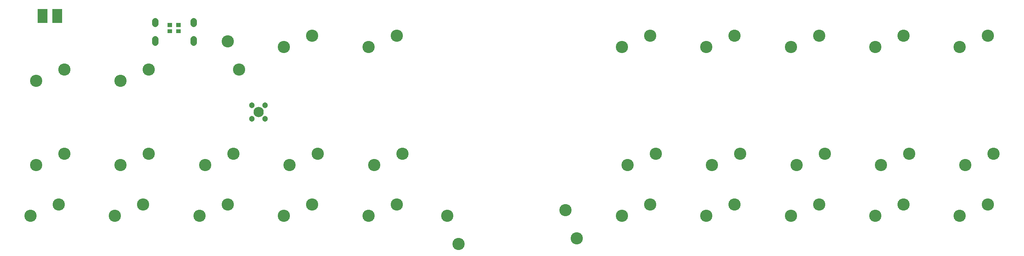
<source format=gts>
G04 Layer: TopSolderMaskLayer*
G04 EasyEDA v6.4.25, 2022-01-20T16:11:06+08:00*
G04 bfaf2d4f65d64c88941de24b5d45c2ce,3b57db4a37c74da5bb1b5bc11455ab19,10*
G04 Gerber Generator version 0.2*
G04 Scale: 100 percent, Rotated: No, Reflected: No *
G04 Dimensions in millimeters *
G04 leading zeros omitted , absolute positions ,4 integer and 5 decimal *
%FSLAX45Y45*%
%MOMM*%

%ADD38C,1.4032*%
%ADD39C,2.7432*%
%ADD41C,2.3016*%
%ADD42C,1.3016*%

%LPD*%
D38*
X-8032013Y2677335D02*
G01*
X-8032013Y2737335D01*
X-7168006Y2677335D02*
G01*
X-7168006Y2737335D01*
X-7168006Y2249327D02*
G01*
X-7168006Y2329327D01*
X-8032013Y2249327D02*
G01*
X-8032013Y2329327D01*
D39*
G01*
X-10703991Y1391996D03*
G01*
X-10068991Y1645996D03*
G01*
X-8803995Y1391996D03*
G01*
X-8168995Y1645996D03*
G01*
X-6141999Y1645996D03*
G01*
X-6395999Y2280996D03*
G01*
X-4496003Y2407996D03*
G01*
X-5131003Y2153996D03*
G01*
X-2596006Y2407996D03*
G01*
X-3231006Y2153996D03*
G01*
X3104006Y2407996D03*
G01*
X2469006Y2153996D03*
G01*
X5004003Y2407996D03*
G01*
X4369003Y2153996D03*
G01*
X6903999Y2407996D03*
G01*
X6268999Y2153996D03*
G01*
X8803995Y2407996D03*
G01*
X8168995Y2153996D03*
G01*
X10703991Y2407996D03*
G01*
X10068991Y2153996D03*
G01*
X-10704017Y-508000D03*
G01*
X-10069017Y-254000D03*
G01*
X-8803995Y-508000D03*
G01*
X-8168995Y-254000D03*
G01*
X-6903999Y-508000D03*
G01*
X-6268999Y-254000D03*
G01*
X-5004003Y-508000D03*
G01*
X-4369003Y-254000D03*
G01*
X-3104006Y-508000D03*
G01*
X-2469006Y-254000D03*
G01*
X2596006Y-508000D03*
G01*
X3231006Y-254000D03*
G01*
X4496003Y-508000D03*
G01*
X5131003Y-254000D03*
G01*
X6395999Y-508000D03*
G01*
X7030999Y-254000D03*
G01*
X8295995Y-508000D03*
G01*
X8930995Y-254000D03*
G01*
X10196017Y-508000D03*
G01*
X10831017Y-254000D03*
G01*
X-10195991Y-1391996D03*
G01*
X-10830991Y-1645996D03*
G01*
X-8295995Y-1391996D03*
G01*
X-8930995Y-1645996D03*
G01*
X-6395999Y-1391996D03*
G01*
X-7030999Y-1645996D03*
G01*
X-4496003Y-1391996D03*
G01*
X-5131003Y-1645996D03*
G01*
X-2596006Y-1391996D03*
G01*
X-3231006Y-1645996D03*
G01*
X-1458010Y-1645996D03*
G01*
X-1204010Y-2280996D03*
G01*
X1458010Y-2153996D03*
G01*
X1204010Y-1518996D03*
G01*
X3104006Y-1391996D03*
G01*
X2469006Y-1645996D03*
G01*
X5004003Y-1391996D03*
G01*
X4369003Y-1645996D03*
G01*
X6903999Y-1391996D03*
G01*
X6268999Y-1645996D03*
G01*
X8803995Y-1391996D03*
G01*
X8168995Y-1645996D03*
G01*
X10703991Y-1391996D03*
G01*
X10068991Y-1645996D03*
G36*
X-7555737Y2463037D02*
G01*
X-7555737Y2553207D01*
X-7455662Y2553207D01*
X-7455662Y2463037D01*
G37*
G36*
X-7555737Y2602992D02*
G01*
X-7555737Y2693162D01*
X-7455662Y2693162D01*
X-7455662Y2602992D01*
G37*
G36*
X-7746237Y2463037D02*
G01*
X-7746237Y2553207D01*
X-7646162Y2553207D01*
X-7646162Y2463037D01*
G37*
G36*
X-7746237Y2602992D02*
G01*
X-7746237Y2693162D01*
X-7646162Y2693162D01*
X-7646162Y2602992D01*
G37*
D41*
G01*
X-5702325Y685800D03*
D42*
G01*
X-5552312Y835787D03*
G01*
X-5552312Y535787D03*
G01*
X-5852312Y535787D03*
G01*
X-5852312Y835787D03*
G36*
X-10341102Y2689860D02*
G01*
X-10341102Y3010154D01*
X-10120629Y3010154D01*
X-10120629Y2689860D01*
G37*
G36*
X-10670286Y2689860D02*
G01*
X-10670286Y3010154D01*
X-10450068Y3010154D01*
X-10450068Y2689860D01*
G37*
M02*

</source>
